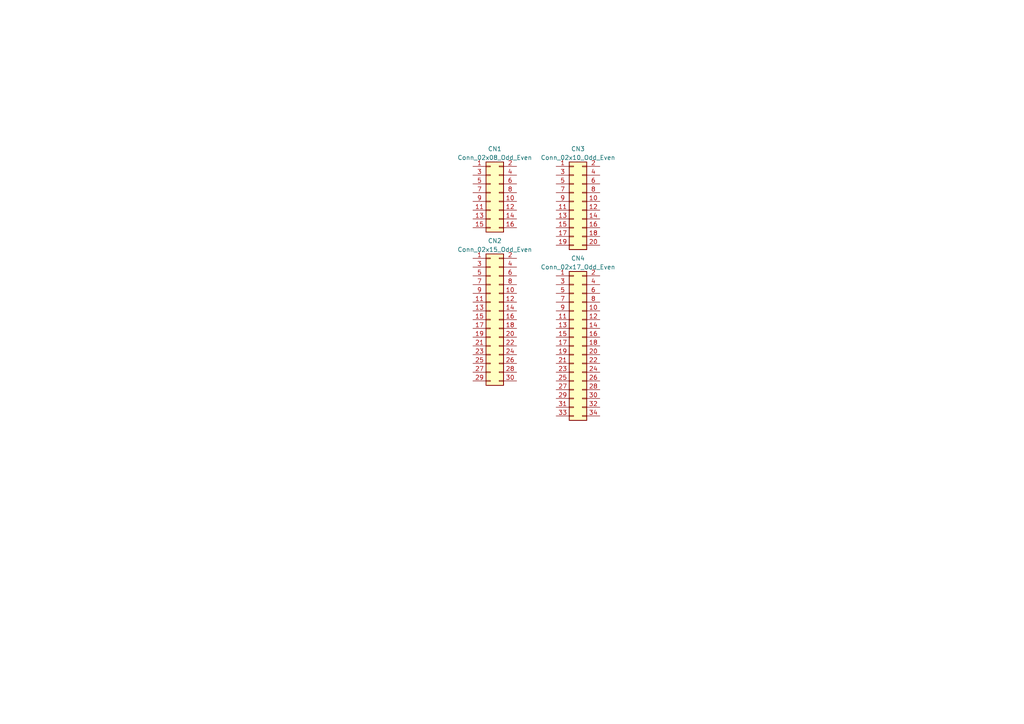
<source format=kicad_sch>
(kicad_sch (version 20230121) (generator eeschema)
  (paper "A4")
  (lib_symbols
    (symbol "Connector_Generic:Conn_02x08_Odd_Even" (pin_names (offset 1.016) hide)
      (property "Reference" "J" (at 1.27 10.16 0))
      (property "Value" "Conn_02x08_Odd_Even" (at 1.27 -12.7 0))
      (symbol "Conn_02x08_Odd_Even_1_1"
        (rectangle (start -1.27 -10.033) (end 0 -10.287) (stroke (width 0.1524)))
        (rectangle (start -1.27 -7.493) (end 0 -7.747) (stroke (width 0.1524)))
        (rectangle (start -1.27 -4.953) (end 0 -5.207) (stroke (width 0.1524)))
        (rectangle (start -1.27 -2.413) (end 0 -2.667) (stroke (width 0.1524)))
        (rectangle (start -1.27 0.127) (end 0 -0.127) (stroke (width 0.1524)))
        (rectangle (start -1.27 2.667) (end 0 2.413) (stroke (width 0.1524)))
        (rectangle (start -1.27 5.207) (end 0 4.953) (stroke (width 0.1524)))
        (rectangle (start -1.27 7.747) (end 0 7.493) (stroke (width 0.1524)))
        (rectangle (start -1.27 8.89) (end 3.81 -11.43) (stroke (width 0.254)) (fill (type background)))
        (rectangle (start 3.81 -10.033) (end 2.54 -10.287) (stroke (width 0.1524)))
        (rectangle (start 3.81 -7.493) (end 2.54 -7.747) (stroke (width 0.1524)))
        (rectangle (start 3.81 -4.953) (end 2.54 -5.207) (stroke (width 0.1524)))
        (rectangle (start 3.81 -2.413) (end 2.54 -2.667) (stroke (width 0.1524)))
        (rectangle (start 3.81 0.127) (end 2.54 -0.127) (stroke (width 0.1524)))
        (rectangle (start 3.81 2.667) (end 2.54 2.413) (stroke (width 0.1524)))
        (rectangle (start 3.81 5.207) (end 2.54 4.953) (stroke (width 0.1524)))
        (rectangle (start 3.81 7.747) (end 2.54 7.493) (stroke (width 0.1524)))
        (pin passive line (at -5.08 7.62 0) (length 3.81) (name "Pin_1") (number "1"))
        (pin passive line (at 7.62 -2.54 180) (length 3.81) (name "Pin_10") (number "10"))
        (pin passive line (at -5.08 -5.08 0) (length 3.81) (name "Pin_11") (number "11"))
        (pin passive line (at 7.62 -5.08 180) (length 3.81) (name "Pin_12") (number "12"))
        (pin passive line (at -5.08 -7.62 0) (length 3.81) (name "Pin_13") (number "13"))
        (pin passive line (at 7.62 -7.62 180) (length 3.81) (name "Pin_14") (number "14"))
        (pin passive line (at -5.08 -10.16 0) (length 3.81) (name "Pin_15") (number "15"))
        (pin passive line (at 7.62 -10.16 180) (length 3.81) (name "Pin_16") (number "16"))
        (pin passive line (at 7.62 7.62 180) (length 3.81) (name "Pin_2") (number "2"))
        (pin passive line (at -5.08 5.08 0) (length 3.81) (name "Pin_3") (number "3"))
        (pin passive line (at 7.62 5.08 180) (length 3.81) (name "Pin_4") (number "4"))
        (pin passive line (at -5.08 2.54 0) (length 3.81) (name "Pin_5") (number "5"))
        (pin passive line (at 7.62 2.54 180) (length 3.81) (name "Pin_6") (number "6"))
        (pin passive line (at -5.08 0 0) (length 3.81) (name "Pin_7") (number "7"))
        (pin passive line (at 7.62 0 180) (length 3.81) (name "Pin_8") (number "8"))
        (pin passive line (at -5.08 -2.54 0) (length 3.81) (name "Pin_9") (number "9"))
      )
    )
    (symbol "Connector_Generic:Conn_02x10_Odd_Even" (pin_names (offset 1.016) hide)
      (property "Reference" "J" (at 1.27 12.7 0))
      (property "Value" "Conn_02x10_Odd_Even" (at 1.27 -15.24 0))
      (symbol "Conn_02x10_Odd_Even_1_1"
        (rectangle (start -1.27 -12.573) (end 0 -12.827) (stroke (width 0.1524)))
        (rectangle (start -1.27 -10.033) (end 0 -10.287) (stroke (width 0.1524)))
        (rectangle (start -1.27 -7.493) (end 0 -7.747) (stroke (width 0.1524)))
        (rectangle (start -1.27 -4.953) (end 0 -5.207) (stroke (width 0.1524)))
        (rectangle (start -1.27 -2.413) (end 0 -2.667) (stroke (width 0.1524)))
        (rectangle (start -1.27 0.127) (end 0 -0.127) (stroke (width 0.1524)))
        (rectangle (start -1.27 2.667) (end 0 2.413) (stroke (width 0.1524)))
        (rectangle (start -1.27 5.207) (end 0 4.953) (stroke (width 0.1524)))
        (rectangle (start -1.27 7.747) (end 0 7.493) (stroke (width 0.1524)))
        (rectangle (start -1.27 10.287) (end 0 10.033) (stroke (width 0.1524)))
        (rectangle (start -1.27 11.43) (end 3.81 -13.97) (stroke (width 0.254)) (fill (type background)))
        (rectangle (start 3.81 -12.573) (end 2.54 -12.827) (stroke (width 0.1524)))
        (rectangle (start 3.81 -10.033) (end 2.54 -10.287) (stroke (width 0.1524)))
        (rectangle (start 3.81 -7.493) (end 2.54 -7.747) (stroke (width 0.1524)))
        (rectangle (start 3.81 -4.953) (end 2.54 -5.207) (stroke (width 0.1524)))
        (rectangle (start 3.81 -2.413) (end 2.54 -2.667) (stroke (width 0.1524)))
        (rectangle (start 3.81 0.127) (end 2.54 -0.127) (stroke (width 0.1524)))
        (rectangle (start 3.81 2.667) (end 2.54 2.413) (stroke (width 0.1524)))
        (rectangle (start 3.81 5.207) (end 2.54 4.953) (stroke (width 0.1524)))
        (rectangle (start 3.81 7.747) (end 2.54 7.493) (stroke (width 0.1524)))
        (rectangle (start 3.81 10.287) (end 2.54 10.033) (stroke (width 0.1524)))
        (pin passive line (at -5.08 10.16 0) (length 3.81) (name "Pin_1") (number "1"))
        (pin passive line (at 7.62 0 180) (length 3.81) (name "Pin_10") (number "10"))
        (pin passive line (at -5.08 -2.54 0) (length 3.81) (name "Pin_11") (number "11"))
        (pin passive line (at 7.62 -2.54 180) (length 3.81) (name "Pin_12") (number "12"))
        (pin passive line (at -5.08 -5.08 0) (length 3.81) (name "Pin_13") (number "13"))
        (pin passive line (at 7.62 -5.08 180) (length 3.81) (name "Pin_14") (number "14"))
        (pin passive line (at -5.08 -7.62 0) (length 3.81) (name "Pin_15") (number "15"))
        (pin passive line (at 7.62 -7.62 180) (length 3.81) (name "Pin_16") (number "16"))
        (pin passive line (at -5.08 -10.16 0) (length 3.81) (name "Pin_17") (number "17"))
        (pin passive line (at 7.62 -10.16 180) (length 3.81) (name "Pin_18") (number "18"))
        (pin passive line (at -5.08 -12.7 0) (length 3.81) (name "Pin_19") (number "19"))
        (pin passive line (at 7.62 10.16 180) (length 3.81) (name "Pin_2") (number "2"))
        (pin passive line (at 7.62 -12.7 180) (length 3.81) (name "Pin_20") (number "20"))
        (pin passive line (at -5.08 7.62 0) (length 3.81) (name "Pin_3") (number "3"))
        (pin passive line (at 7.62 7.62 180) (length 3.81) (name "Pin_4") (number "4"))
        (pin passive line (at -5.08 5.08 0) (length 3.81) (name "Pin_5") (number "5"))
        (pin passive line (at 7.62 5.08 180) (length 3.81) (name "Pin_6") (number "6"))
        (pin passive line (at -5.08 2.54 0) (length 3.81) (name "Pin_7") (number "7"))
        (pin passive line (at 7.62 2.54 180) (length 3.81) (name "Pin_8") (number "8"))
        (pin passive line (at -5.08 0 0) (length 3.81) (name "Pin_9") (number "9"))
      )
    )
    (symbol "Connector_Generic:Conn_02x15_Odd_Even" (pin_names (offset 1.016) hide)
      (property "Reference" "J" (at 1.27 20.32 0))
      (property "Value" "Conn_02x15_Odd_Even" (at 1.27 -20.32 0))
      (symbol "Conn_02x15_Odd_Even_1_1"
        (rectangle (start -1.27 -17.653) (end 0 -17.907) (stroke (width 0.1524)))
        (rectangle (start -1.27 -15.113) (end 0 -15.367) (stroke (width 0.1524)))
        (rectangle (start -1.27 -12.573) (end 0 -12.827) (stroke (width 0.1524)))
        (rectangle (start -1.27 -10.033) (end 0 -10.287) (stroke (width 0.1524)))
        (rectangle (start -1.27 -7.493) (end 0 -7.747) (stroke (width 0.1524)))
        (rectangle (start -1.27 -4.953) (end 0 -5.207) (stroke (width 0.1524)))
        (rectangle (start -1.27 -2.413) (end 0 -2.667) (stroke (width 0.1524)))
        (rectangle (start -1.27 0.127) (end 0 -0.127) (stroke (width 0.1524)))
        (rectangle (start -1.27 2.667) (end 0 2.413) (stroke (width 0.1524)))
        (rectangle (start -1.27 5.207) (end 0 4.953) (stroke (width 0.1524)))
        (rectangle (start -1.27 7.747) (end 0 7.493) (stroke (width 0.1524)))
        (rectangle (start -1.27 10.287) (end 0 10.033) (stroke (width 0.1524)))
        (rectangle (start -1.27 12.827) (end 0 12.573) (stroke (width 0.1524)))
        (rectangle (start -1.27 15.367) (end 0 15.113) (stroke (width 0.1524)))
        (rectangle (start -1.27 17.907) (end 0 17.653) (stroke (width 0.1524)))
        (rectangle (start -1.27 19.05) (end 3.81 -19.05) (stroke (width 0.254)) (fill (type background)))
        (rectangle (start 3.81 -17.653) (end 2.54 -17.907) (stroke (width 0.1524)))
        (rectangle (start 3.81 -15.113) (end 2.54 -15.367) (stroke (width 0.1524)))
        (rectangle (start 3.81 -12.573) (end 2.54 -12.827) (stroke (width 0.1524)))
        (rectangle (start 3.81 -10.033) (end 2.54 -10.287) (stroke (width 0.1524)))
        (rectangle (start 3.81 -7.493) (end 2.54 -7.747) (stroke (width 0.1524)))
        (rectangle (start 3.81 -4.953) (end 2.54 -5.207) (stroke (width 0.1524)))
        (rectangle (start 3.81 -2.413) (end 2.54 -2.667) (stroke (width 0.1524)))
        (rectangle (start 3.81 0.127) (end 2.54 -0.127) (stroke (width 0.1524)))
        (rectangle (start 3.81 2.667) (end 2.54 2.413) (stroke (width 0.1524)))
        (rectangle (start 3.81 5.207) (end 2.54 4.953) (stroke (width 0.1524)))
        (rectangle (start 3.81 7.747) (end 2.54 7.493) (stroke (width 0.1524)))
        (rectangle (start 3.81 10.287) (end 2.54 10.033) (stroke (width 0.1524)))
        (rectangle (start 3.81 12.827) (end 2.54 12.573) (stroke (width 0.1524)))
        (rectangle (start 3.81 15.367) (end 2.54 15.113) (stroke (width 0.1524)))
        (rectangle (start 3.81 17.907) (end 2.54 17.653) (stroke (width 0.1524)))
        (pin passive line (at -5.08 17.78 0) (length 3.81) (name "Pin_1") (number "1"))
        (pin passive line (at 7.62 7.62 180) (length 3.81) (name "Pin_10") (number "10"))
        (pin passive line (at -5.08 5.08 0) (length 3.81) (name "Pin_11") (number "11"))
        (pin passive line (at 7.62 5.08 180) (length 3.81) (name "Pin_12") (number "12"))
        (pin passive line (at -5.08 2.54 0) (length 3.81) (name "Pin_13") (number "13"))
        (pin passive line (at 7.62 2.54 180) (length 3.81) (name "Pin_14") (number "14"))
        (pin passive line (at -5.08 0 0) (length 3.81) (name "Pin_15") (number "15"))
        (pin passive line (at 7.62 0 180) (length 3.81) (name "Pin_16") (number "16"))
        (pin passive line (at -5.08 -2.54 0) (length 3.81) (name "Pin_17") (number "17"))
        (pin passive line (at 7.62 -2.54 180) (length 3.81) (name "Pin_18") (number "18"))
        (pin passive line (at -5.08 -5.08 0) (length 3.81) (name "Pin_19") (number "19"))
        (pin passive line (at 7.62 17.78 180) (length 3.81) (name "Pin_2") (number "2"))
        (pin passive line (at 7.62 -5.08 180) (length 3.81) (name "Pin_20") (number "20"))
        (pin passive line (at -5.08 -7.62 0) (length 3.81) (name "Pin_21") (number "21"))
        (pin passive line (at 7.62 -7.62 180) (length 3.81) (name "Pin_22") (number "22"))
        (pin passive line (at -5.08 -10.16 0) (length 3.81) (name "Pin_23") (number "23"))
        (pin passive line (at 7.62 -10.16 180) (length 3.81) (name "Pin_24") (number "24"))
        (pin passive line (at -5.08 -12.7 0) (length 3.81) (name "Pin_25") (number "25"))
        (pin passive line (at 7.62 -12.7 180) (length 3.81) (name "Pin_26") (number "26"))
        (pin passive line (at -5.08 -15.24 0) (length 3.81) (name "Pin_27") (number "27"))
        (pin passive line (at 7.62 -15.24 180) (length 3.81) (name "Pin_28") (number "28"))
        (pin passive line (at -5.08 -17.78 0) (length 3.81) (name "Pin_29") (number "29"))
        (pin passive line (at -5.08 15.24 0) (length 3.81) (name "Pin_3") (number "3"))
        (pin passive line (at 7.62 -17.78 180) (length 3.81) (name "Pin_30") (number "30"))
        (pin passive line (at 7.62 15.24 180) (length 3.81) (name "Pin_4") (number "4"))
        (pin passive line (at -5.08 12.7 0) (length 3.81) (name "Pin_5") (number "5"))
        (pin passive line (at 7.62 12.7 180) (length 3.81) (name "Pin_6") (number "6"))
        (pin passive line (at -5.08 10.16 0) (length 3.81) (name "Pin_7") (number "7"))
        (pin passive line (at 7.62 10.16 180) (length 3.81) (name "Pin_8") (number "8"))
        (pin passive line (at -5.08 7.62 0) (length 3.81) (name "Pin_9") (number "9"))
      )
    )
    (symbol "Connector_Generic:Conn_02x17_Odd_Even" (pin_names (offset 1.016) hide)
      (property "Reference" "J" (at 1.27 22.86 0))
      (property "Value" "Conn_02x17_Odd_Even" (at 1.27 -22.86 0))
      (symbol "Conn_02x17_Odd_Even_1_1"
        (rectangle (start -1.27 -20.193) (end 0 -20.447) (stroke (width 0.1524)))
        (rectangle (start -1.27 -17.653) (end 0 -17.907) (stroke (width 0.1524)))
        (rectangle (start -1.27 -15.113) (end 0 -15.367) (stroke (width 0.1524)))
        (rectangle (start -1.27 -12.573) (end 0 -12.827) (stroke (width 0.1524)))
        (rectangle (start -1.27 -10.033) (end 0 -10.287) (stroke (width 0.1524)))
        (rectangle (start -1.27 -7.493) (end 0 -7.747) (stroke (width 0.1524)))
        (rectangle (start -1.27 -4.953) (end 0 -5.207) (stroke (width 0.1524)))
        (rectangle (start -1.27 -2.413) (end 0 -2.667) (stroke (width 0.1524)))
        (rectangle (start -1.27 0.127) (end 0 -0.127) (stroke (width 0.1524)))
        (rectangle (start -1.27 2.667) (end 0 2.413) (stroke (width 0.1524)))
        (rectangle (start -1.27 5.207) (end 0 4.953) (stroke (width 0.1524)))
        (rectangle (start -1.27 7.747) (end 0 7.493) (stroke (width 0.1524)))
        (rectangle (start -1.27 10.287) (end 0 10.033) (stroke (width 0.1524)))
        (rectangle (start -1.27 12.827) (end 0 12.573) (stroke (width 0.1524)))
        (rectangle (start -1.27 15.367) (end 0 15.113) (stroke (width 0.1524)))
        (rectangle (start -1.27 17.907) (end 0 17.653) (stroke (width 0.1524)))
        (rectangle (start -1.27 20.447) (end 0 20.193) (stroke (width 0.1524)))
        (rectangle (start -1.27 21.59) (end 3.81 -21.59) (stroke (width 0.254)) (fill (type background)))
        (rectangle (start 3.81 -20.193) (end 2.54 -20.447) (stroke (width 0.1524)))
        (rectangle (start 3.81 -17.653) (end 2.54 -17.907) (stroke (width 0.1524)))
        (rectangle (start 3.81 -15.113) (end 2.54 -15.367) (stroke (width 0.1524)))
        (rectangle (start 3.81 -12.573) (end 2.54 -12.827) (stroke (width 0.1524)))
        (rectangle (start 3.81 -10.033) (end 2.54 -10.287) (stroke (width 0.1524)))
        (rectangle (start 3.81 -7.493) (end 2.54 -7.747) (stroke (width 0.1524)))
        (rectangle (start 3.81 -4.953) (end 2.54 -5.207) (stroke (width 0.1524)))
        (rectangle (start 3.81 -2.413) (end 2.54 -2.667) (stroke (width 0.1524)))
        (rectangle (start 3.81 0.127) (end 2.54 -0.127) (stroke (width 0.1524)))
        (rectangle (start 3.81 2.667) (end 2.54 2.413) (stroke (width 0.1524)))
        (rectangle (start 3.81 5.207) (end 2.54 4.953) (stroke (width 0.1524)))
        (rectangle (start 3.81 7.747) (end 2.54 7.493) (stroke (width 0.1524)))
        (rectangle (start 3.81 10.287) (end 2.54 10.033) (stroke (width 0.1524)))
        (rectangle (start 3.81 12.827) (end 2.54 12.573) (stroke (width 0.1524)))
        (rectangle (start 3.81 15.367) (end 2.54 15.113) (stroke (width 0.1524)))
        (rectangle (start 3.81 17.907) (end 2.54 17.653) (stroke (width 0.1524)))
        (rectangle (start 3.81 20.447) (end 2.54 20.193) (stroke (width 0.1524)))
        (pin passive line (at -5.08 20.32 0) (length 3.81) (name "Pin_1") (number "1"))
        (pin passive line (at 7.62 10.16 180) (length 3.81) (name "Pin_10") (number "10"))
        (pin passive line (at -5.08 7.62 0) (length 3.81) (name "Pin_11") (number "11"))
        (pin passive line (at 7.62 7.62 180) (length 3.81) (name "Pin_12") (number "12"))
        (pin passive line (at -5.08 5.08 0) (length 3.81) (name "Pin_13") (number "13"))
        (pin passive line (at 7.62 5.08 180) (length 3.81) (name "Pin_14") (number "14"))
        (pin passive line (at -5.08 2.54 0) (length 3.81) (name "Pin_15") (number "15"))
        (pin passive line (at 7.62 2.54 180) (length 3.81) (name "Pin_16") (number "16"))
        (pin passive line (at -5.08 0 0) (length 3.81) (name "Pin_17") (number "17"))
        (pin passive line (at 7.62 0 180) (length 3.81) (name "Pin_18") (number "18"))
        (pin passive line (at -5.08 -2.54 0) (length 3.81) (name "Pin_19") (number "19"))
        (pin passive line (at 7.62 20.32 180) (length 3.81) (name "Pin_2") (number "2"))
        (pin passive line (at 7.62 -2.54 180) (length 3.81) (name "Pin_20") (number "20"))
        (pin passive line (at -5.08 -5.08 0) (length 3.81) (name "Pin_21") (number "21"))
        (pin passive line (at 7.62 -5.08 180) (length 3.81) (name "Pin_22") (number "22"))
        (pin passive line (at -5.08 -7.62 0) (length 3.81) (name "Pin_23") (number "23"))
        (pin passive line (at 7.62 -7.62 180) (length 3.81) (name "Pin_24") (number "24"))
        (pin passive line (at -5.08 -10.16 0) (length 3.81) (name "Pin_25") (number "25"))
        (pin passive line (at 7.62 -10.16 180) (length 3.81) (name "Pin_26") (number "26"))
        (pin passive line (at -5.08 -12.7 0) (length 3.81) (name "Pin_27") (number "27"))
        (pin passive line (at 7.62 -12.7 180) (length 3.81) (name "Pin_28") (number "28"))
        (pin passive line (at -5.08 -15.24 0) (length 3.81) (name "Pin_29") (number "29"))
        (pin passive line (at -5.08 17.78 0) (length 3.81) (name "Pin_3") (number "3"))
        (pin passive line (at 7.62 -15.24 180) (length 3.81) (name "Pin_30") (number "30"))
        (pin passive line (at -5.08 -17.78 0) (length 3.81) (name "Pin_31") (number "31"))
        (pin passive line (at 7.62 -17.78 180) (length 3.81) (name "Pin_32") (number "32"))
        (pin passive line (at -5.08 -20.32 0) (length 3.81) (name "Pin_33") (number "33"))
        (pin passive line (at 7.62 -20.32 180) (length 3.81) (name "Pin_34") (number "34"))
        (pin passive line (at 7.62 17.78 180) (length 3.81) (name "Pin_4") (number "4"))
        (pin passive line (at -5.08 15.24 0) (length 3.81) (name "Pin_5") (number "5"))
        (pin passive line (at 7.62 15.24 180) (length 3.81) (name "Pin_6") (number "6"))
        (pin passive line (at -5.08 12.7 0) (length 3.81) (name "Pin_7") (number "7"))
        (pin passive line (at 7.62 12.7 180) (length 3.81) (name "Pin_8") (number "8"))
        (pin passive line (at -5.08 10.16 0) (length 3.81) (name "Pin_9") (number "9"))
      )
    )
  )
  (symbol (lib_id "Connector_Generic:Conn_02x17_Odd_Even") (at 166.37 100.33 0) (unit 1)
    (property "Reference" "CN4" (at 167.64 74.93 0))
    (property "Value" "Conn_02x17_Odd_Even" (at 167.64 77.47 0))
  )
  (symbol (lib_id "Connector_Generic:Conn_02x08_Odd_Even") (at 142.24 55.88 0) (unit 1)
    (property "Reference" "CN1" (at 143.51 43.18 0))
    (property "Value" "Conn_02x08_Odd_Even" (at 143.51 45.72 0))
  )
  (symbol (lib_id "Connector_Generic:Conn_02x10_Odd_Even") (at 166.37 58.42 0) (unit 1)
    (property "Reference" "CN3" (at 167.64 43.18 0))
    (property "Value" "Conn_02x10_Odd_Even" (at 167.64 45.72 0))
  )
  (symbol (lib_id "Connector_Generic:Conn_02x15_Odd_Even") (at 142.24 92.71 0) (unit 1)
    (property "Reference" "CN2" (at 143.51 69.85 0))
    (property "Value" "Conn_02x15_Odd_Even" (at 143.51 72.39 0))
  )
)
</source>
